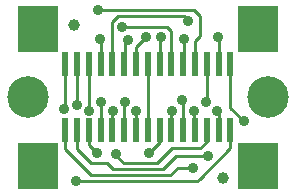
<source format=gbr>
G04 EAGLE Gerber RS-274X export*
G75*
%MOMM*%
%FSLAX34Y34*%
%LPD*%
%INTop Copper*%
%IPPOS*%
%AMOC8*
5,1,8,0,0,1.08239X$1,22.5*%
G01*
%ADD10R,0.550000X2.000000*%
%ADD11R,3.500000X4.000000*%
%ADD12C,3.516000*%
%ADD13C,1.000000*%
%ADD14C,0.254000*%
%ADD15C,0.906400*%


D10*
X197000Y117000D03*
X187000Y117000D03*
X177000Y117000D03*
X167000Y117000D03*
X157000Y117000D03*
X147000Y117000D03*
X137000Y117000D03*
X127000Y117000D03*
X117000Y117000D03*
X107000Y117000D03*
X97000Y117000D03*
X87000Y117000D03*
X77000Y117000D03*
X67000Y117000D03*
X57000Y117000D03*
D11*
X220000Y147000D03*
X34000Y147000D03*
D10*
X57000Y60800D03*
X67000Y60800D03*
X77000Y60800D03*
X87000Y60800D03*
X97000Y60800D03*
X107000Y60800D03*
X117000Y60800D03*
X127000Y60800D03*
X137000Y60800D03*
X147000Y60800D03*
X157000Y60800D03*
X167000Y60800D03*
X177000Y60800D03*
X187000Y60800D03*
X197000Y60800D03*
D11*
X34000Y30800D03*
X220000Y30800D03*
D12*
X25400Y88900D03*
X228600Y88900D03*
D13*
X190500Y20320D03*
X64770Y149860D03*
D14*
X57000Y60800D02*
X57000Y44600D01*
X78740Y22860D01*
X146050Y22860D01*
X152400Y29210D01*
X165100Y29210D01*
D15*
X165100Y29210D03*
X208280Y68580D03*
D14*
X196850Y80010D01*
X196850Y116850D01*
X197000Y117000D01*
X67000Y60800D02*
X67000Y44760D01*
X78740Y33020D01*
X92710Y33020D01*
X97790Y27940D01*
X139700Y27940D01*
X151130Y39370D01*
X177800Y39370D01*
D15*
X177800Y39370D03*
X186690Y139700D03*
D14*
X187000Y139390D01*
X187000Y117000D01*
X77000Y60800D02*
X77000Y48730D01*
X83820Y41910D01*
D15*
X83820Y41910D03*
X176530Y85090D03*
D14*
X177000Y85560D02*
X177000Y117000D01*
X177000Y85560D02*
X176530Y85090D01*
X167000Y117000D02*
X167000Y136520D01*
X171450Y140970D01*
X171450Y157480D01*
X166370Y162560D01*
X85090Y162560D01*
D15*
X85090Y162560D03*
X87630Y85090D03*
D14*
X87000Y84460D01*
X87000Y60800D01*
X157000Y117000D02*
X157480Y117480D01*
X157480Y138430D01*
D15*
X157480Y138430D03*
X97790Y77470D03*
D14*
X97000Y76680D01*
X97000Y60800D01*
X147000Y117000D02*
X147000Y145100D01*
X143510Y148590D01*
X105410Y148590D01*
D15*
X105410Y148590D03*
X107950Y85090D03*
D14*
X107000Y84140D02*
X107000Y60800D01*
X107000Y84140D02*
X107950Y85090D01*
X137000Y117000D02*
X137000Y138270D01*
X138430Y139700D01*
D15*
X138430Y139700D03*
X116840Y77470D03*
D14*
X117000Y77310D02*
X117000Y60800D01*
X117000Y77310D02*
X116840Y77470D01*
X127000Y60800D02*
X127000Y117000D01*
X137000Y60800D02*
X137000Y50640D01*
X128270Y41910D01*
D15*
X128270Y41910D03*
X125730Y139700D03*
D14*
X117000Y130970D01*
X117000Y117000D01*
X107950Y117950D02*
X107000Y117000D01*
X107950Y117950D02*
X107950Y134620D01*
X110490Y137160D01*
D15*
X110490Y137160D03*
X147320Y77470D03*
D14*
X147000Y77150D01*
X147000Y60800D01*
X97000Y117000D02*
X96520Y117480D01*
X96520Y152400D01*
X101600Y157480D01*
X157480Y157480D01*
X161290Y153670D01*
D15*
X161290Y153670D03*
X156210Y86360D03*
D14*
X157000Y85570D01*
X157000Y60800D01*
X166370Y61430D02*
X167000Y60800D01*
X166370Y61430D02*
X166370Y77470D01*
D15*
X166370Y77470D03*
X86360Y138430D03*
D14*
X87000Y137790D01*
X87000Y117000D01*
X177000Y60800D02*
X177000Y51270D01*
X171450Y45720D01*
X147320Y45720D01*
X134620Y33020D01*
X106680Y33020D01*
X100330Y39370D01*
X100330Y40640D01*
D15*
X100330Y40640D03*
X77470Y77470D03*
D14*
X77000Y77940D01*
X77000Y117000D01*
D15*
X185420Y77470D03*
X67310Y82550D03*
D14*
X187000Y75890D02*
X187000Y60800D01*
X187000Y75890D02*
X185420Y77470D01*
X67000Y82860D02*
X67000Y117000D01*
X67000Y82860D02*
X67310Y82550D01*
X197000Y60800D02*
X197000Y45870D01*
X170815Y19685D01*
X57000Y79860D02*
X57000Y117000D01*
X57000Y79860D02*
X55880Y78740D01*
D15*
X55880Y78740D03*
X66040Y17780D03*
D14*
X168910Y17780D01*
X170815Y19685D01*
M02*

</source>
